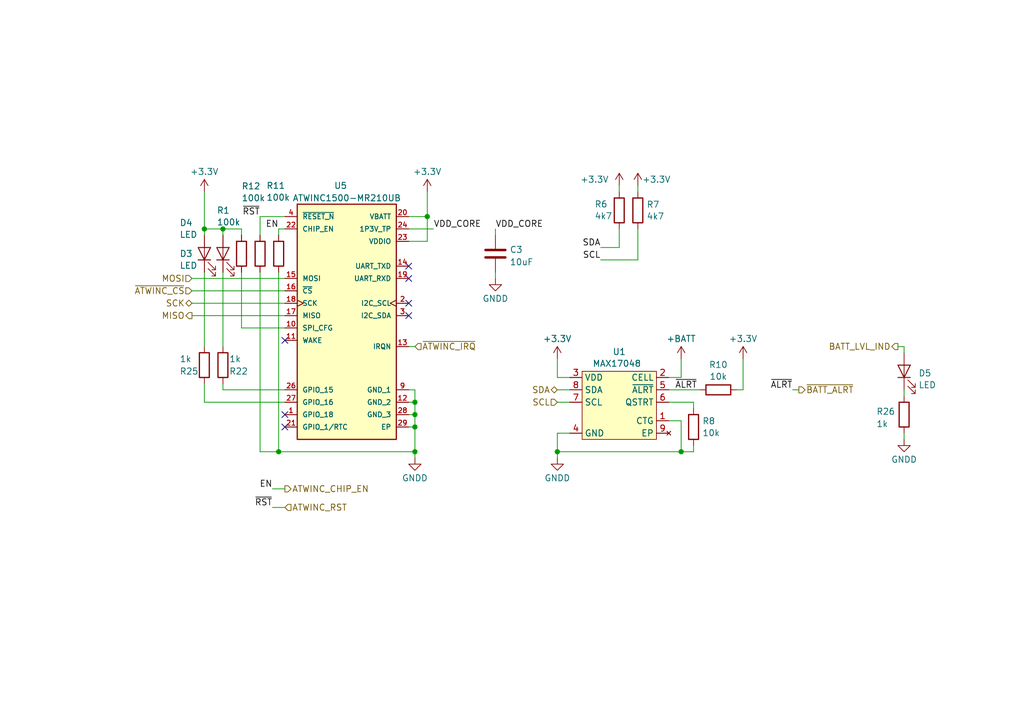
<source format=kicad_sch>
(kicad_sch (version 20231120) (generator "eeschema") (generator_version "8.0")
  (paper "A5")
  (lib_symbols
    (symbol "0.power-symbols:+3.3V" (power) (pin_names (offset 0))
      (property "Value" "+3.3V" (at 0 3.556 0))
      (symbol "+3.3V_0_1"
        (polyline (pts (xy -0.762 1.27) (xy 0 2.54)))
        (polyline (pts (xy 0 0) (xy 0 2.54)))
        (polyline (pts (xy 0 2.54) (xy 0.762 1.27)))
      )
      (symbol "+3.3V_1_1"
        (pin power_in line (at 0 0 90) (length 0) hide (name "+3V3") (number "1"))
      )
    )
    (symbol "0.power-symbols:+BATT" (power) (pin_names (offset 0))
      (property "Value" "+BATT" (at 0 3.556 0))
      (symbol "+BATT_0_1"
        (polyline (pts (xy -0.762 1.27) (xy 0 2.54)))
        (polyline (pts (xy 0 0) (xy 0 2.54)))
        (polyline (pts (xy 0 2.54) (xy 0.762 1.27)))
      )
      (symbol "+BATT_1_1"
        (pin power_in line (at 0 0 90) (length 0) hide (name "+BATT") (number "1"))
      )
    )
    (symbol "0.power-symbols:GNDD" (power) (pin_names (offset 0))
      (property "Value" "GNDD" (at 0 -3.81 0))
      (symbol "GNDD_0_1"
        (polyline (pts (xy 0 0) (xy 0 -1.27) (xy 1.27 -1.27) (xy 0 -2.54) (xy -1.27 -1.27) (xy 0 -1.27)))
      )
      (symbol "GNDD_1_1"
        (pin power_in line (at 0 0 270) (length 0) hide (name "GNDD") (number "1"))
      )
    )
    (symbol "1.semi.ic.sensor:MAX17048"
      (property "Reference" "U" (at 0 2.54 0))
      (property "Value" "MAX17048 " (at 0 0.635 0))
      (symbol "MAX17048_1_1"
        (rectangle (start -7.62 0) (end 7.62 -13.97) (fill (type background)))
        (pin passive line (at 10.16 -10.16 180) (length 2.54) (name "CTG") (number "1"))
        (pin passive line (at 10.16 -1.27 180) (length 2.54) (name "CELL") (number "2"))
        (pin power_in line (at -10.16 -1.27 0) (length 2.54) (name "VDD") (number "3"))
        (pin power_in line (at -10.16 -12.7 0) (length 2.54) (name "GND") (number "4"))
        (pin passive line (at 10.16 -3.81 180) (length 2.54) (name "~{ALRT}") (number "5"))
        (pin passive line (at 10.16 -6.35 180) (length 2.54) (name "QSTRT") (number "6"))
        (pin input line (at -10.16 -6.35 0) (length 2.54) (name "SCL") (number "7"))
        (pin bidirectional line (at -10.16 -3.81 0) (length 2.54) (name "SDA") (number "8"))
        (pin no_connect line (at 10.16 -12.7 180) (length 2.54) (name "EP") (number "9"))
      )
    )
    (symbol "1.semi.opto:LED" (pin_numbers hide) (pin_names (offset 1.016) hide)
      (property "Reference" "D" (at 0 2.54 0))
      (property "Value" "LED" (at 0 -2.54 0))
      (symbol "LED_0_1"
        (polyline (pts (xy -1.27 -1.27) (xy -1.27 1.27)) (stroke (width 0.2032)))
        (polyline (pts (xy -1.27 0) (xy 1.27 0)))
        (polyline (pts (xy 1.27 -1.27) (xy 1.27 1.27) (xy -1.27 0) (xy 1.27 -1.27)) (stroke (width 0.2032)))
        (polyline (pts (xy -3.048 -0.762) (xy -4.572 -2.286) (xy -3.81 -2.286) (xy -4.572 -2.286) (xy -4.572 -1.524)))
        (polyline (pts (xy -1.778 -0.762) (xy -3.302 -2.286) (xy -2.54 -2.286) (xy -3.302 -2.286) (xy -3.302 -1.524)))
      )
      (symbol "LED_1_1"
        (pin passive line (at -3.81 0 0) (length 2.54) (name "K") (number "1"))
        (pin passive line (at 3.81 0 180) (length 2.54) (name "A") (number "2"))
      )
    )
    (symbol "2.passive:C" (pin_numbers hide) (pin_names (offset 0.254))
      (property "Reference" "C" (at 0.635 2.54 0))
      (property "Value" "C" (at 0.635 -2.54 0))
      (symbol "C_0_1"
        (polyline (pts (xy -2.032 -0.762) (xy 2.032 -0.762)) (stroke (width 0.508)))
        (polyline (pts (xy -2.032 0.762) (xy 2.032 0.762)) (stroke (width 0.508)))
      )
      (symbol "C_1_1"
        (pin passive line (at 0 3.81 270) (length 2.794) (name "~") (number "1"))
        (pin passive line (at 0 -3.81 90) (length 2.794) (name "~") (number "2"))
      )
    )
    (symbol "2.passive:R" (pin_numbers hide) (pin_names (offset 0))
      (property "Reference" "R" (at 2.032 0 90))
      (property "Value" "R" (at 0 0 90))
      (symbol "R_0_1"
        (rectangle (start -1.016 -2.54) (end 1.016 2.54) (stroke (width 0.254)))
      )
      (symbol "R_1_1"
        (pin passive line (at 0 3.81 270) (length 1.27) (name "~") (number "1"))
        (pin passive line (at 0 -3.81 90) (length 1.27) (name "~") (number "2"))
      )
    )
    (symbol "ATWINC1500-MR210UB:ATWINC1500-MR210UB" (pin_names (offset 1.016))
      (property "Reference" "U" (at -1.27 17.78 0))
      (property "Value" "ATWINC1500-MR210UB" (at -10.16 15.24 0))
      (symbol "ATWINC1500-MR210UB_0_0"
        (rectangle (start -8.89 13.97) (end 11.43 -34.29) (stroke (width 0.254)) (fill (type background)))
        (pin bidirectional line (at -11.43 -29.21 0) (length 2.54) (name "GPIO_18") (number "1"))
        (pin input line (at -11.43 -11.43 0) (length 2.54) (name "SPI_CFG") (number "10"))
        (pin input line (at -11.43 -13.97 0) (length 2.54) (name "WAKE") (number "11"))
        (pin power_in line (at 13.97 -26.67 180) (length 2.54) (name "GND_2") (number "12"))
        (pin output line (at 13.97 -15.24 180) (length 2.54) (name "IRQN") (number "13"))
        (pin output line (at 13.97 1.27 180) (length 2.54) (name "UART_TXD") (number "14"))
        (pin input line (at 13.97 -1.27 180) (length 2.54) (name "UART_RXD") (number "19"))
        (pin bidirectional clock (at 13.97 -6.35 180) (length 2.54) (name "I2C_SCL") (number "2"))
        (pin power_in line (at 13.97 11.43 180) (length 2.54) (name "VBATT") (number "20"))
        (pin input line (at -11.43 -31.75 0) (length 2.54) (name "GPIO_1/RTC") (number "21"))
        (pin input line (at -11.43 8.89 0) (length 2.54) (name "CHIP_EN") (number "22"))
        (pin power_in line (at 13.97 6.35 180) (length 2.54) (name "VDDIO") (number "23"))
        (pin power_in line (at 13.97 8.89 180) (length 2.54) (name "1P3V_TP") (number "24"))
        (pin bidirectional line (at -11.43 -24.13 0) (length 2.54) (name "GPIO_15") (number "26"))
        (pin bidirectional line (at -11.43 -26.67 0) (length 2.54) (name "GPIO_16") (number "27"))
        (pin power_in line (at 13.97 -29.21 180) (length 2.54) (name "GND_3") (number "28"))
        (pin bidirectional line (at 13.97 -8.89 180) (length 2.54) (name "I2C_SDA") (number "3"))
        (pin input line (at -11.43 11.43 0) (length 2.54) (name "~{RESET_N}") (number "4"))
        (pin power_in line (at 13.97 -24.13 180) (length 2.54) (name "GND_1") (number "9"))
      )
      (symbol "ATWINC1500-MR210UB_1_0"
        (pin input line (at -11.43 -1.27 0) (length 2.54) (name "MOSI") (number "15"))
        (pin input line (at -11.43 -3.81 0) (length 2.54) (name "~{CS}") (number "16"))
        (pin output line (at -11.43 -8.89 0) (length 2.54) (name "MISO") (number "17"))
        (pin input clock (at -11.43 -6.35 0) (length 2.54) (name "SCK") (number "18"))
        (pin power_in line (at 13.97 -31.75 180) (length 2.54) (name "EP") (number "29"))
      )
    )
  )
  (junction (at 114.3 92.71))
  (junction (at 45.72 46.99))
  (junction (at 41.91 46.99))
  (junction (at 85.09 85.09))
  (junction (at 85.09 92.71))
  (junction (at 57.15 92.71))
  (junction (at 87.63 44.45))
  (junction (at 85.09 82.55))
  (junction (at 85.09 87.63))
  (junction (at 139.7 92.71))
  (no_connect (at 58.42 69.85))
  (no_connect (at 83.82 62.23))
  (no_connect (at 83.82 64.77))
  (no_connect (at 83.82 54.61))
  (no_connect (at 58.42 85.09))
  (no_connect (at 83.82 57.15))
  (no_connect (at 58.42 87.63))
  (wire (pts (xy 85.09 93.98) (xy 85.09 92.71)))
  (wire (pts (xy 85.09 85.09) (xy 85.09 82.55)))
  (wire (pts (xy 87.63 49.53) (xy 83.82 49.53)))
  (wire (pts (xy 53.34 55.88) (xy 53.34 92.71)))
  (wire (pts (xy 45.72 55.88) (xy 45.72 71.12)))
  (wire (pts (xy 137.16 80.01) (xy 143.51 80.01)))
  (wire (pts (xy 137.16 86.36) (xy 139.7 86.36)))
  (wire (pts (xy 49.53 46.99) (xy 45.72 46.99)))
  (wire (pts (xy 142.24 82.55) (xy 137.16 82.55)))
  (wire (pts (xy 53.34 44.45) (xy 58.42 44.45)))
  (wire (pts (xy 41.91 46.99) (xy 41.91 48.26)))
  (wire (pts (xy 87.63 44.45) (xy 87.63 49.53)))
  (wire (pts (xy 185.42 80.01) (xy 185.42 81.28)))
  (wire (pts (xy 114.3 88.9) (xy 116.84 88.9)))
  (wire (pts (xy 114.3 92.71) (xy 114.3 93.98)))
  (wire (pts (xy 45.72 80.01) (xy 58.42 80.01)))
  (wire (pts (xy 53.34 92.71) (xy 57.15 92.71)))
  (wire (pts (xy 83.82 46.99) (xy 88.9 46.99)))
  (wire (pts (xy 55.88 100.33) (xy 58.42 100.33)))
  (wire (pts (xy 45.72 78.74) (xy 45.72 80.01)))
  (wire (pts (xy 45.72 46.99) (xy 45.72 48.26)))
  (wire (pts (xy 83.82 87.63) (xy 85.09 87.63)))
  (wire (pts (xy 127 50.8) (xy 127 46.99)))
  (wire (pts (xy 152.4 73.66) (xy 152.4 80.01)))
  (wire (pts (xy 85.09 87.63) (xy 85.09 92.71)))
  (wire (pts (xy 57.15 92.71) (xy 85.09 92.71)))
  (wire (pts (xy 41.91 82.55) (xy 58.42 82.55)))
  (wire (pts (xy 130.81 53.34) (xy 130.81 46.99)))
  (wire (pts (xy 85.09 87.63) (xy 85.09 85.09)))
  (wire (pts (xy 83.82 80.01) (xy 85.09 80.01)))
  (wire (pts (xy 41.91 78.74) (xy 41.91 82.55)))
  (wire (pts (xy 185.42 71.12) (xy 185.42 72.39)))
  (wire (pts (xy 83.82 44.45) (xy 87.63 44.45)))
  (wire (pts (xy 41.91 39.37) (xy 41.91 46.99)))
  (wire (pts (xy 130.81 38.1) (xy 130.81 39.37)))
  (wire (pts (xy 152.4 80.01) (xy 151.13 80.01)))
  (wire (pts (xy 139.7 77.47) (xy 137.16 77.47)))
  (wire (pts (xy 162.56 80.01) (xy 163.83 80.01)))
  (wire (pts (xy 57.15 46.99) (xy 57.15 48.26)))
  (wire (pts (xy 139.7 86.36) (xy 139.7 92.71)))
  (wire (pts (xy 101.6 55.88) (xy 101.6 57.15)))
  (wire (pts (xy 185.42 88.9) (xy 185.42 90.17)))
  (wire (pts (xy 39.37 64.77) (xy 58.42 64.77)))
  (wire (pts (xy 142.24 83.82) (xy 142.24 82.55)))
  (wire (pts (xy 39.37 57.15) (xy 58.42 57.15)))
  (wire (pts (xy 139.7 73.66) (xy 139.7 77.47)))
  (wire (pts (xy 57.15 55.88) (xy 57.15 92.71)))
  (wire (pts (xy 123.19 53.34) (xy 130.81 53.34)))
  (wire (pts (xy 53.34 48.26) (xy 53.34 44.45)))
  (wire (pts (xy 83.82 82.55) (xy 85.09 82.55)))
  (wire (pts (xy 39.37 59.69) (xy 58.42 59.69)))
  (wire (pts (xy 83.82 85.09) (xy 85.09 85.09)))
  (wire (pts (xy 114.3 77.47) (xy 116.84 77.47)))
  (wire (pts (xy 139.7 92.71) (xy 114.3 92.71)))
  (wire (pts (xy 55.88 104.14) (xy 58.42 104.14)))
  (wire (pts (xy 49.53 46.99) (xy 49.53 48.26)))
  (wire (pts (xy 142.24 92.71) (xy 142.24 91.44)))
  (wire (pts (xy 57.15 46.99) (xy 58.42 46.99)))
  (wire (pts (xy 83.82 71.12) (xy 85.09 71.12)))
  (wire (pts (xy 123.19 50.8) (xy 127 50.8)))
  (wire (pts (xy 114.3 73.66) (xy 114.3 77.47)))
  (wire (pts (xy 127 38.1) (xy 127 39.37)))
  (wire (pts (xy 114.3 80.01) (xy 116.84 80.01)))
  (wire (pts (xy 114.3 88.9) (xy 114.3 92.71)))
  (wire (pts (xy 101.6 46.99) (xy 101.6 48.26)))
  (wire (pts (xy 142.24 92.71) (xy 139.7 92.71)))
  (wire (pts (xy 114.3 82.55) (xy 116.84 82.55)))
  (wire (pts (xy 41.91 55.88) (xy 41.91 71.12)))
  (wire (pts (xy 58.42 67.31) (xy 49.53 67.31)))
  (wire (pts (xy 184.15 71.12) (xy 185.42 71.12)))
  (wire (pts (xy 85.09 82.55) (xy 85.09 80.01)))
  (wire (pts (xy 49.53 55.88) (xy 49.53 67.31)))
  (wire (pts (xy 87.63 39.37) (xy 87.63 44.45)))
  (wire (pts (xy 39.37 62.23) (xy 58.42 62.23)))
  (wire (pts (xy 41.91 46.99) (xy 45.72 46.99)))
  (label "~{ALRT}" (at 138.43 80.01 0))
  (label "VDD_CORE" (at 88.9 46.99 0))
  (label "EN" (at 57.15 46.99 180))
  (label "~{RST}" (at 53.34 44.45 180))
  (label "~{RST}" (at 55.88 104.14 180))
  (label "SCL" (at 123.19 53.34 180))
  (label "SDA" (at 123.19 50.8 180))
  (label "VDD_CORE" (at 101.6 46.99 0))
  (label "EN" (at 55.88 100.33 180))
  (label "~{ALRT}" (at 162.56 80.01 180))
  (hierarchical_label "SCK" (shape bidirectional) (at 39.37 62.23 180))
  (hierarchical_label "MOSI" (shape input) (at 39.37 57.15 180))
  (hierarchical_label "~{BATT_ALRT}" (shape output) (at 163.83 80.01 0))
  (hierarchical_label "ATWINC_RST" (shape input) (at 58.42 104.14 0))
  (hierarchical_label "SDA" (shape bidirectional) (at 114.3 80.01 180))
  (hierarchical_label "BATT_LVL_IND" (shape output) (at 184.15 71.12 180))
  (hierarchical_label "ATWINC_CHIP_EN" (shape output) (at 58.42 100.33 0))
  (hierarchical_label "~{ATWINC_CS}" (shape input) (at 39.37 59.69 180))
  (hierarchical_label "~{ATWINC_IRQ}" (shape input) (at 85.09 71.12 0))
  (hierarchical_label "SCL" (shape input) (at 114.3 82.55 180))
  (hierarchical_label "MISO" (shape output) (at 39.37 64.77 180))
  (symbol (lib_id "0.power-symbols:+3.3V") (at 127 38.1 0) (unit 1)
    (property "Reference" "#PWR021" (effects (hide yes)))
    (property "Value" "+3.3V" (at 121.92 36.83 0))
  )
  (symbol (lib_id "2.passive:R") (at 147.32 80.01 270) (unit 1)
    (property "Reference" "R10" (at 147.32 74.8495 90))
    (property "Value" "10k" (at 147.32 77.2738 90))
    (property "Footprint" "2_Passives_Resistors_SMD_IPC:R_1608_603_B" (effects (hide yes)))
    (property "Description" "Resistor" (effects (hide yes)))
    (property "PN" "1,2" (effects (hide yes)))
  )
  (symbol (lib_id "2.passive:R") (at 127 43.18 0) (unit 1)
    (property "Reference" "R6" (at 121.92 41.91 0) (effects (justify left)))
    (property "Value" "4k7" (at 121.92 44.3343 0) (effects (justify left)))
    (property "Footprint" "2_Passives_Resistors_SMD_IPC:R_1608_603_B" (effects (hide yes)))
    (property "Description" "Resistor" (effects (hide yes)))
    (property "PN" "1,6" (effects (hide yes)))
  )
  (symbol (lib_id "1.semi.opto:LED") (at 41.91 52.07 90) (unit 1)
    (property "Reference" "D4" (at 36.83 45.72 90) (effects (justify right)))
    (property "Value" "LED" (at 36.83 48.1443 90) (effects (justify right)))
    (property "Footprint" "1_Semi_Discrete_Diodes_SMD:D_0603" (effects (hide yes)))
    (property "Description" "Light emitting diode" (effects (hide yes)))
    (property "PN" "3,7" (effects (hide yes)))
  )
  (symbol (lib_id "0.power-symbols:+3.3V") (at 130.81 38.1 0) (unit 1)
    (property "Reference" "#PWR022" (effects (hide yes)))
    (property "Value" "+3.3V" (at 134.62 36.83 0))
  )
  (symbol (lib_id "0.power-symbols:+3.3V") (at 87.63 39.37 0) (unit 1)
    (property "Reference" "#PWR030" (effects (hide yes)))
    (property "Value" "+3.3V" (at 87.63 35.2369 0))
  )
  (symbol (lib_id "2.passive:R") (at 49.53 52.07 0) (unit 1)
    (property "Reference" "R1" (at 44.45 43.18 0) (effects (justify left)))
    (property "Value" "100k" (at 44.45 45.6043 0) (effects (justify left)))
    (property "Footprint" "2_Passives_Resistors_SMD_IPC:R_1608_603_B" (effects (hide yes)))
    (property "Description" "Resistor" (effects (hide yes)))
    (property "PN" "1,18" (effects (hide yes)))
  )
  (symbol (lib_id "0.power-symbols:+3.3V") (at 114.3 73.66 0) (unit 1)
    (property "Reference" "#PWR025" (effects (hide yes)))
    (property "Value" "+3.3V" (at 114.3 69.5269 0))
  )
  (symbol (lib_id "2.passive:R") (at 142.24 87.63 0) (unit 1)
    (property "Reference" "R8" (at 144.018 86.4178 0) (effects (justify left)))
    (property "Value" "10k" (at 144.018 88.8421 0) (effects (justify left)))
    (property "Footprint" "2_Passives_Resistors_SMD_IPC:R_1608_603_B" (effects (hide yes)))
    (property "Description" "Resistor" (effects (hide yes)))
    (property "PN" "1,2" (effects (hide yes)))
  )
  (symbol (lib_id "1.semi.ic.sensor:MAX17048") (at 127 76.2 0) (unit 1)
    (property "Reference" "U1" (at 127 72.1825 0))
    (property "Value" "MAX17048 " (at 127 74.6068 0))
    (property "Footprint" "1_Semi_QFN:DFN-8-1EP_2x2mm_P0.5mm_EP0.9x1.5mm" (effects (hide yes)))
    (property "PN" "4,17" (effects (hide yes)))
  )
  (symbol (lib_id "0.power-symbols:+3.3V") (at 41.91 39.37 0) (unit 1)
    (property "Reference" "#PWR038" (effects (hide yes)))
    (property "Value" "+3.3V" (at 41.91 35.2369 0))
  )
  (symbol (lib_id "2.passive:R") (at 41.91 74.93 0) (unit 1)
    (property "Reference" "R25" (at 36.83 76.2 0) (effects (justify left)))
    (property "Value" "1k" (at 36.83 73.66 0) (effects (justify left)))
    (property "Footprint" "2_Passives_Resistors_SMD_IPC:R_1608_603_B" (effects (hide yes)))
    (property "Description" "Resistor" (effects (hide yes)))
    (property "PN" "1,23" (effects (hide yes)))
  )
  (symbol (lib_id "2.passive:R") (at 130.81 43.18 0) (unit 1)
    (property "Reference" "R7" (at 132.588 41.9678 0) (effects (justify left)))
    (property "Value" "4k7" (at 132.588 44.3921 0) (effects (justify left)))
    (property "Footprint" "2_Passives_Resistors_SMD_IPC:R_1608_603_B" (effects (hide yes)))
    (property "Description" "Resistor" (effects (hide yes)))
    (property "PN" "1,6" (effects (hide yes)))
  )
  (symbol (lib_id "2.passive:R") (at 57.15 52.07 0) (unit 1)
    (property "Reference" "R11" (at 54.61 38.1 0) (effects (justify left)))
    (property "Value" "100k" (at 54.61 40.5243 0) (effects (justify left)))
    (property "Footprint" "2_Passives_Resistors_SMD_IPC:R_1608_603_B" (effects (hide yes)))
    (property "Description" "Resistor" (effects (hide yes)))
    (property "PN" "1,18" (effects (hide yes)))
  )
  (symbol (lib_id "0.power-symbols:+3.3V") (at 152.4 73.66 0) (unit 1)
    (property "Reference" "#PWR026" (effects (hide yes)))
    (property "Value" "+3.3V" (at 152.4 69.5269 0))
  )
  (symbol (lib_id "1.semi.opto:LED") (at 185.42 76.2 90) (unit 1)
    (property "Reference" "D5" (at 188.341 76.588 90) (effects (justify right)))
    (property "Value" "LED" (at 188.341 79.0123 90) (effects (justify right)))
    (property "Footprint" "1_Semi_Discrete_Diodes_SMD:D_0603" (effects (hide yes)))
    (property "Description" "Light emitting diode" (effects (hide yes)))
    (property "PN" "3,7" (effects (hide yes)))
  )
  (symbol (lib_id "2.passive:R") (at 45.72 74.93 0) (unit 1)
    (property "Reference" "R22" (at 46.99 76.2 0) (effects (justify left)))
    (property "Value" "1k" (at 46.99 73.66 0) (effects (justify left)))
    (property "Footprint" "2_Passives_Resistors_SMD_IPC:R_1608_603_B" (effects (hide yes)))
    (property "Description" "Resistor" (effects (hide yes)))
    (property "PN" "1,23" (effects (hide yes)))
  )
  (symbol (lib_id "0.power-symbols:GNDD") (at 101.6 57.15 0) (unit 1)
    (property "Reference" "#PWR04" (effects (hide yes)))
    (property "Value" "GNDD" (at 101.6 61.2831 0))
  )
  (symbol (lib_id "0.power-symbols:GNDD") (at 85.09 93.98 0) (unit 1)
    (property "Reference" "#PWR074" (effects (hide yes)))
    (property "Value" "GNDD" (at 85.09 98.1131 0))
  )
  (symbol (lib_id "0.power-symbols:GNDD") (at 185.42 90.17 0) (unit 1)
    (property "Reference" "#PWR068" (effects (hide yes)))
    (property "Value" "GNDD" (at 185.42 94.3031 0))
  )
  (symbol (lib_id "ATWINC1500-MR210UB:ATWINC1500-MR210UB") (at 69.85 55.88 0) (unit 1)
    (property "Reference" "U5" (at 69.85 38.1 0))
    (property "Value" "ATWINC1500-MR210UB" (at 71.12 40.64 0))
    (property "Footprint" "footprint:MICROCHIP_ATWINC1500-MR210UB" (effects (hide yes)))
    (property "MF" "Microchip" (effects (hide yes)))
    (property "Description_1" "\nWiFi 802.11b/g/n Transceiver Module 2.4GHz Antenna Not Included, U.FL Surface Mount\n" (effects (hide yes)))
    (property "Package" "Module Microchip" (effects (hide yes)))
    (property "Price" "None" (effects (hide yes)))
    (property "Check_prices" "https://www.snapeda.com/parts/ATWINC1500-MR210UB/Microchip/view-part/?ref=eda" (effects (hide yes)))
    (property "SnapEDA_Link" "https://www.snapeda.com/parts/ATWINC1500-MR210UB/Microchip/view-part/?ref=snap" (effects (hide yes)))
    (property "MP" "ATWINC1500-MR210UB" (effects (hide yes)))
    (property "Purchase-URL" "https://www.snapeda.com/api/url_track_click_mouser/?unipart_id=492266&manufacturer=Microchip&part_name=ATWINC1500-MR210UB&search_term=None" (effects (hide yes)))
    (property "Availability" "In Stock" (effects (hide yes)))
    (property "MANUFACTURER" "MICROCHIP" (effects (hide yes)))
    (property "PN" "4,12" (effects (hide yes)))
  )
  (symbol (lib_id "2.passive:R") (at 185.42 85.09 0) (unit 1)
    (property "Reference" "R26" (at 179.705 84.455 0) (effects (justify left)))
    (property "Value" "1k" (at 179.705 86.995 0) (effects (justify left)))
    (property "Footprint" "2_Passives_Resistors_SMD_IPC:R_1608_603_B" (effects (hide yes)))
    (property "PN" "1,23" (effects (hide yes)))
  )
  (symbol (lib_id "0.power-symbols:+BATT") (at 139.7 73.66 0) (unit 1)
    (property "Reference" "#PWR023" (effects (hide yes)))
    (property "Value" "+BATT" (at 139.7 69.5269 0))
  )
  (symbol (lib_id "2.passive:R") (at 53.34 52.07 0) (unit 1)
    (property "Reference" "R12" (at 49.53 38.2157 0) (effects (justify left)))
    (property "Value" "100k" (at 49.53 40.64 0) (effects (justify left)))
    (property "Footprint" "2_Passives_Resistors_SMD_IPC:R_1608_603_B" (effects (hide yes)))
    (property "Description" "Resistor" (effects (hide yes)))
    (property "PN" "1,18" (effects (hide yes)))
  )
  (symbol (lib_id "2.passive:C") (at 101.6 52.07 180) (unit 1)
    (property "Reference" "C3" (at 104.521 51.2353 0) (effects (justify right)))
    (property "Value" "10uF" (at 104.521 53.7722 0) (effects (justify right)))
    (property "Footprint" "2_Passives_Capacitors_SMD_IPC:C_1608_603_B" (effects (hide yes)))
    (property "PN" "2,10" (effects (hide yes)))
  )
  (symbol (lib_id "0.power-symbols:GNDD") (at 114.3 93.98 0) (unit 1)
    (property "Reference" "#PWR024" (effects (hide yes)))
    (property "Value" "GNDD" (at 114.3 98.1131 0))
  )
  (symbol (lib_id "1.semi.opto:LED") (at 45.72 52.07 90) (unit 1)
    (property "Reference" "D3" (at 36.83 52.07 90) (effects (justify right)))
    (property "Value" "LED" (at 36.83 54.4943 90) (effects (justify right)))
    (property "Footprint" "1_Semi_Discrete_Diodes_SMD:D_0603" (effects (hide yes)))
    (property "Description" "Light emitting diode" (effects (hide yes)))
    (property "PN" "3,7" (effects (hide yes)))
  )
)
</source>
